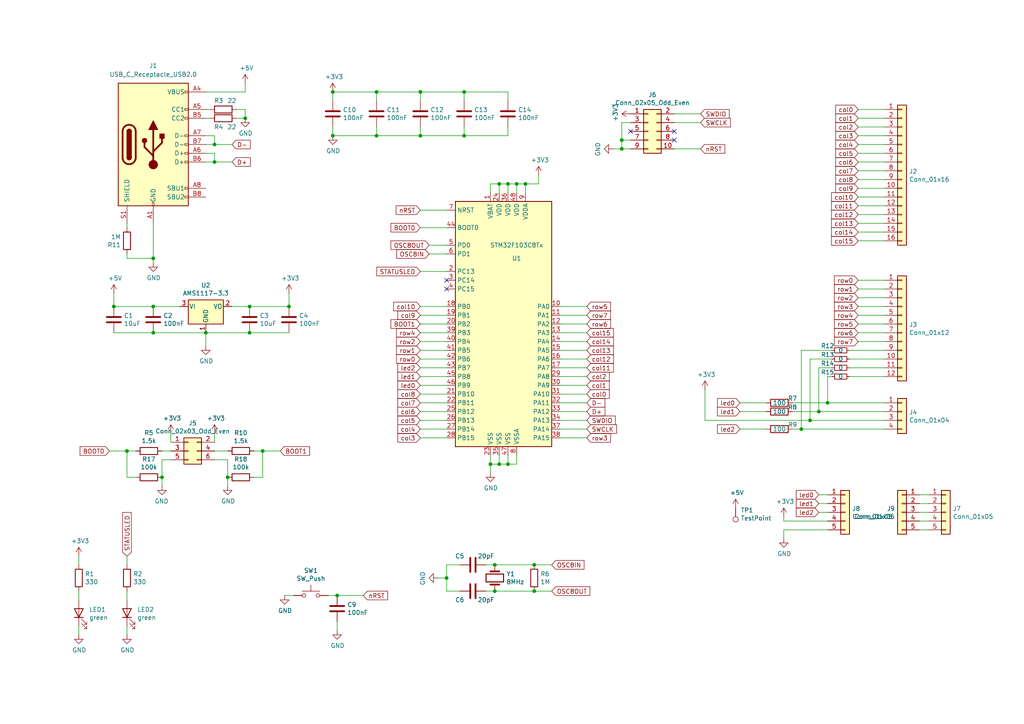
<source format=kicad_sch>
(kicad_sch (version 20211123) (generator eeschema)
  (paper "A4")
  (lib_symbols
    (symbol "Connector:TestPoint" (pin_numbers hide) (pin_names (offset 0.762) hide)
      (property "Reference" "TP" (at 0 6.858 0))
      (property "Value" "TestPoint" (at 0 5.08 0))
      (symbol "TestPoint_1_1"
        (pin passive line (at 0 0 90) (length 2.54) (name "1") (number "1"))
      )
    )
    (symbol "Connector:USB_C_Receptacle_USB2.0" (pin_names (offset 1.016))
      (property "Reference" "J" (at -10.16 19.05 0))
      (property "Value" "USB_C_Receptacle_USB2.0" (at 19.05 19.05 0))
      (symbol "USB_C_Receptacle_USB2.0_1_1"
        (pin passive line (at 0 -22.86 90) (length 5.08) (name "GND") (number "A1"))
        (pin passive line (at 0 -22.86 90) (length 5.08) hide (name "GND") (number "A12"))
        (pin passive line (at 15.24 15.24 180) (length 5.08) (name "VBUS") (number "A4"))
        (pin bidirectional line (at 15.24 10.16 180) (length 5.08) (name "CC1") (number "A5"))
        (pin bidirectional line (at 15.24 -2.54 180) (length 5.08) (name "D+") (number "A6"))
        (pin bidirectional line (at 15.24 2.54 180) (length 5.08) (name "D-") (number "A7"))
        (pin bidirectional line (at 15.24 -12.7 180) (length 5.08) (name "SBU1") (number "A8"))
        (pin passive line (at 15.24 15.24 180) (length 5.08) hide (name "VBUS") (number "A9"))
        (pin passive line (at 0 -22.86 90) (length 5.08) hide (name "GND") (number "B1"))
        (pin passive line (at 0 -22.86 90) (length 5.08) hide (name "GND") (number "B12"))
        (pin passive line (at 15.24 15.24 180) (length 5.08) hide (name "VBUS") (number "B4"))
        (pin bidirectional line (at 15.24 7.62 180) (length 5.08) (name "CC2") (number "B5"))
        (pin bidirectional line (at 15.24 -5.08 180) (length 5.08) (name "D+") (number "B6"))
        (pin bidirectional line (at 15.24 0 180) (length 5.08) (name "D-") (number "B7"))
        (pin bidirectional line (at 15.24 -15.24 180) (length 5.08) (name "SBU2") (number "B8"))
        (pin passive line (at 15.24 15.24 180) (length 5.08) hide (name "VBUS") (number "B9"))
        (pin passive line (at -7.62 -22.86 90) (length 5.08) (name "SHIELD") (number "S1"))
      )
    )
    (symbol "Connector_Generic:Conn_01x04" (pin_names (offset 1.016) hide)
      (property "Reference" "J" (at 0 5.08 0))
      (property "Value" "Conn_01x04" (at 0 -7.62 0))
      (symbol "Conn_01x04_1_1"
        (pin passive line (at -5.08 2.54 0) (length 3.81) (name "Pin_1") (number "1"))
        (pin passive line (at -5.08 0 0) (length 3.81) (name "Pin_2") (number "2"))
        (pin passive line (at -5.08 -2.54 0) (length 3.81) (name "Pin_3") (number "3"))
        (pin passive line (at -5.08 -5.08 0) (length 3.81) (name "Pin_4") (number "4"))
      )
    )
    (symbol "Connector_Generic:Conn_01x05" (pin_names (offset 1.016) hide)
      (property "Reference" "J" (at 0 7.62 0))
      (property "Value" "Conn_01x05" (at 0 -7.62 0))
      (symbol "Conn_01x05_1_1"
        (pin passive line (at -5.08 5.08 0) (length 3.81) (name "Pin_1") (number "1"))
        (pin passive line (at -5.08 2.54 0) (length 3.81) (name "Pin_2") (number "2"))
        (pin passive line (at -5.08 0 0) (length 3.81) (name "Pin_3") (number "3"))
        (pin passive line (at -5.08 -2.54 0) (length 3.81) (name "Pin_4") (number "4"))
        (pin passive line (at -5.08 -5.08 0) (length 3.81) (name "Pin_5") (number "5"))
      )
    )
    (symbol "Connector_Generic:Conn_01x12" (pin_names (offset 1.016) hide)
      (property "Reference" "J" (at 0 15.24 0))
      (property "Value" "Conn_01x12" (at 0 -17.78 0))
      (symbol "Conn_01x12_1_1"
        (pin passive line (at -5.08 12.7 0) (length 3.81) (name "Pin_1") (number "1"))
        (pin passive line (at -5.08 -10.16 0) (length 3.81) (name "Pin_10") (number "10"))
        (pin passive line (at -5.08 -12.7 0) (length 3.81) (name "Pin_11") (number "11"))
        (pin passive line (at -5.08 -15.24 0) (length 3.81) (name "Pin_12") (number "12"))
        (pin passive line (at -5.08 10.16 0) (length 3.81) (name "Pin_2") (number "2"))
        (pin passive line (at -5.08 7.62 0) (length 3.81) (name "Pin_3") (number "3"))
        (pin passive line (at -5.08 5.08 0) (length 3.81) (name "Pin_4") (number "4"))
        (pin passive line (at -5.08 2.54 0) (length 3.81) (name "Pin_5") (number "5"))
        (pin passive line (at -5.08 0 0) (length 3.81) (name "Pin_6") (number "6"))
        (pin passive line (at -5.08 -2.54 0) (length 3.81) (name "Pin_7") (number "7"))
        (pin passive line (at -5.08 -5.08 0) (length 3.81) (name "Pin_8") (number "8"))
        (pin passive line (at -5.08 -7.62 0) (length 3.81) (name "Pin_9") (number "9"))
      )
    )
    (symbol "Connector_Generic:Conn_01x16" (pin_names (offset 1.016) hide)
      (property "Reference" "J" (at 0 20.32 0))
      (property "Value" "Conn_01x16" (at 0 -22.86 0))
      (symbol "Conn_01x16_1_1"
        (pin passive line (at -5.08 17.78 0) (length 3.81) (name "Pin_1") (number "1"))
        (pin passive line (at -5.08 -5.08 0) (length 3.81) (name "Pin_10") (number "10"))
        (pin passive line (at -5.08 -7.62 0) (length 3.81) (name "Pin_11") (number "11"))
        (pin passive line (at -5.08 -10.16 0) (length 3.81) (name "Pin_12") (number "12"))
        (pin passive line (at -5.08 -12.7 0) (length 3.81) (name "Pin_13") (number "13"))
        (pin passive line (at -5.08 -15.24 0) (length 3.81) (name "Pin_14") (number "14"))
        (pin passive line (at -5.08 -17.78 0) (length 3.81) (name "Pin_15") (number "15"))
        (pin passive line (at -5.08 -20.32 0) (length 3.81) (name "Pin_16") (number "16"))
        (pin passive line (at -5.08 15.24 0) (length 3.81) (name "Pin_2") (number "2"))
        (pin passive line (at -5.08 12.7 0) (length 3.81) (name "Pin_3") (number "3"))
        (pin passive line (at -5.08 10.16 0) (length 3.81) (name "Pin_4") (number "4"))
        (pin passive line (at -5.08 7.62 0) (length 3.81) (name "Pin_5") (number "5"))
        (pin passive line (at -5.08 5.08 0) (length 3.81) (name "Pin_6") (number "6"))
        (pin passive line (at -5.08 2.54 0) (length 3.81) (name "Pin_7") (number "7"))
        (pin passive line (at -5.08 0 0) (length 3.81) (name "Pin_8") (number "8"))
        (pin passive line (at -5.08 -2.54 0) (length 3.81) (name "Pin_9") (number "9"))
      )
    )
    (symbol "Connector_Generic:Conn_02x03_Odd_Even" (pin_names (offset 1.016) hide)
      (property "Reference" "J" (at 1.27 5.08 0))
      (property "Value" "Conn_02x03_Odd_Even" (at 1.27 -5.08 0))
      (symbol "Conn_02x03_Odd_Even_1_1"
        (pin passive line (at -5.08 2.54 0) (length 3.81) (name "Pin_1") (number "1"))
        (pin passive line (at 7.62 2.54 180) (length 3.81) (name "Pin_2") (number "2"))
        (pin passive line (at -5.08 0 0) (length 3.81) (name "Pin_3") (number "3"))
        (pin passive line (at 7.62 0 180) (length 3.81) (name "Pin_4") (number "4"))
        (pin passive line (at -5.08 -2.54 0) (length 3.81) (name "Pin_5") (number "5"))
        (pin passive line (at 7.62 -2.54 180) (length 3.81) (name "Pin_6") (number "6"))
      )
    )
    (symbol "Connector_Generic:Conn_02x05_Odd_Even" (pin_names (offset 1.016) hide)
      (property "Reference" "J" (at 1.27 7.62 0))
      (property "Value" "Conn_02x05_Odd_Even" (at 1.27 -7.62 0))
      (symbol "Conn_02x05_Odd_Even_1_1"
        (pin passive line (at -5.08 5.08 0) (length 3.81) (name "Pin_1") (number "1"))
        (pin passive line (at 7.62 -5.08 180) (length 3.81) (name "Pin_10") (number "10"))
        (pin passive line (at 7.62 5.08 180) (length 3.81) (name "Pin_2") (number "2"))
        (pin passive line (at -5.08 2.54 0) (length 3.81) (name "Pin_3") (number "3"))
        (pin passive line (at 7.62 2.54 180) (length 3.81) (name "Pin_4") (number "4"))
        (pin passive line (at -5.08 0 0) (length 3.81) (name "Pin_5") (number "5"))
        (pin passive line (at 7.62 0 180) (length 3.81) (name "Pin_6") (number "6"))
        (pin passive line (at -5.08 -2.54 0) (length 3.81) (name "Pin_7") (number "7"))
        (pin passive line (at 7.62 -2.54 180) (length 3.81) (name "Pin_8") (number "8"))
        (pin passive line (at -5.08 -5.08 0) (length 3.81) (name "Pin_9") (number "9"))
      )
    )
    (symbol "Device:C" (pin_numbers hide) (pin_names (offset 0.254))
      (property "Reference" "C" (at 0.635 2.54 0))
      (property "Value" "C" (at 0.635 -2.54 0))
      (symbol "C_1_1"
        (pin passive line (at 0 3.81 270) (length 2.794) (name "~") (number "1"))
        (pin passive line (at 0 -3.81 90) (length 2.794) (name "~") (number "2"))
      )
    )
    (symbol "Device:Crystal" (pin_numbers hide) (pin_names (offset 1.016) hide)
      (property "Reference" "Y" (at 0 3.81 0))
      (property "Value" "Crystal" (at 0 -3.81 0))
      (symbol "Crystal_1_1"
        (pin passive line (at -3.81 0 0) (length 1.27) (name "1") (number "1"))
        (pin passive line (at 3.81 0 180) (length 1.27) (name "2") (number "2"))
      )
    )
    (symbol "Device:LED" (pin_numbers hide) (pin_names (offset 1.016) hide)
      (property "Reference" "D" (at 0 2.54 0))
      (property "Value" "LED" (at 0 -2.54 0))
      (symbol "LED_1_1"
        (pin passive line (at -3.81 0 0) (length 2.54) (name "K") (number "1"))
        (pin passive line (at 3.81 0 180) (length 2.54) (name "A") (number "2"))
      )
    )
    (symbol "Device:R" (pin_numbers hide) (pin_names (offset 0))
      (property "Reference" "R" (at 2.032 0 90))
      (property "Value" "R" (at 0 0 90))
      (symbol "R_1_1"
        (pin passive line (at 0 3.81 270) (length 1.27) (name "~") (number "1"))
        (pin passive line (at 0 -3.81 90) (length 1.27) (name "~") (number "2"))
      )
    )
    (symbol "Device:R_Small" (pin_numbers hide) (pin_names (offset 0.254) hide)
      (property "Reference" "R" (at 0.762 0.508 0))
      (property "Value" "R_Small" (at 0.762 -1.016 0))
      (symbol "R_Small_1_1"
        (pin passive line (at 0 2.54 270) (length 0.762) (name "~") (number "1"))
        (pin passive line (at 0 -2.54 90) (length 0.762) (name "~") (number "2"))
      )
    )
    (symbol "MCU_ST_STM32F1:STM32F103C8Tx"
      (property "Reference" "U" (at -15.24 36.83 0))
      (property "Value" "STM32F103C8Tx" (at 7.62 36.83 0))
      (symbol "STM32F103C8Tx_1_1"
        (pin power_in line (at -5.08 38.1 270) (length 2.54) (name "VBAT") (number "1"))
        (pin bidirectional line (at 15.24 5.08 180) (length 2.54) (name "PA0") (number "10"))
        (pin bidirectional line (at 15.24 2.54 180) (length 2.54) (name "PA1") (number "11"))
        (pin bidirectional line (at 15.24 0 180) (length 2.54) (name "PA2") (number "12"))
        (pin bidirectional line (at 15.24 -2.54 180) (length 2.54) (name "PA3") (number "13"))
        (pin bidirectional line (at 15.24 -5.08 180) (length 2.54) (name "PA4") (number "14"))
        (pin bidirectional line (at 15.24 -7.62 180) (length 2.54) (name "PA5") (number "15"))
        (pin bidirectional line (at 15.24 -10.16 180) (length 2.54) (name "PA6") (number "16"))
        (pin bidirectional line (at 15.24 -12.7 180) (length 2.54) (name "PA7") (number "17"))
        (pin bidirectional line (at -17.78 5.08 0) (length 2.54) (name "PB0") (number "18"))
        (pin bidirectional line (at -17.78 2.54 0) (length 2.54) (name "PB1") (number "19"))
        (pin bidirectional line (at -17.78 15.24 0) (length 2.54) (name "PC13") (number "2"))
        (pin bidirectional line (at -17.78 0 0) (length 2.54) (name "PB2") (number "20"))
        (pin bidirectional line (at -17.78 -20.32 0) (length 2.54) (name "PB10") (number "21"))
        (pin bidirectional line (at -17.78 -22.86 0) (length 2.54) (name "PB11") (number "22"))
        (pin power_in line (at -5.08 -38.1 90) (length 2.54) (name "VSS") (number "23"))
        (pin power_in line (at -2.54 38.1 270) (length 2.54) (name "VDD") (number "24"))
        (pin bidirectional line (at -17.78 -25.4 0) (length 2.54) (name "PB12") (number "25"))
        (pin bidirectional line (at -17.78 -27.94 0) (length 2.54) (name "PB13") (number "26"))
        (pin bidirectional line (at -17.78 -30.48 0) (length 2.54) (name "PB14") (number "27"))
        (pin bidirectional line (at -17.78 -33.02 0) (length 2.54) (name "PB15") (number "28"))
        (pin bidirectional line (at 15.24 -15.24 180) (length 2.54) (name "PA8") (number "29"))
        (pin bidirectional line (at -17.78 12.7 0) (length 2.54) (name "PC14") (number "3"))
        (pin bidirectional line (at 15.24 -17.78 180) (length 2.54) (name "PA9") (number "30"))
        (pin bidirectional line (at 15.24 -20.32 180) (length 2.54) (name "PA10") (number "31"))
        (pin bidirectional line (at 15.24 -22.86 180) (length 2.54) (name "PA11") (number "32"))
        (pin bidirectional line (at 15.24 -25.4 180) (length 2.54) (name "PA12") (number "33"))
        (pin bidirectional line (at 15.24 -27.94 180) (length 2.54) (name "PA13") (number "34"))
        (pin power_in line (at -2.54 -38.1 90) (length 2.54) (name "VSS") (number "35"))
        (pin power_in line (at 0 38.1 270) (length 2.54) (name "VDD") (number "36"))
        (pin bidirectional line (at 15.24 -30.48 180) (length 2.54) (name "PA14") (number "37"))
        (pin bidirectional line (at 15.24 -33.02 180) (length 2.54) (name "PA15") (number "38"))
        (pin bidirectional line (at -17.78 -2.54 0) (length 2.54) (name "PB3") (number "39"))
        (pin bidirectional line (at -17.78 10.16 0) (length 2.54) (name "PC15") (number "4"))
        (pin bidirectional line (at -17.78 -5.08 0) (length 2.54) (name "PB4") (number "40"))
        (pin bidirectional line (at -17.78 -7.62 0) (length 2.54) (name "PB5") (number "41"))
        (pin bidirectional line (at -17.78 -10.16 0) (length 2.54) (name "PB6") (number "42"))
        (pin bidirectional line (at -17.78 -12.7 0) (length 2.54) (name "PB7") (number "43"))
        (pin input line (at -17.78 27.94 0) (length 2.54) (name "BOOT0") (number "44"))
        (pin bidirectional line (at -17.78 -15.24 0) (length 2.54) (name "PB8") (number "45"))
        (pin bidirectional line (at -17.78 -17.78 0) (length 2.54) (name "PB9") (number "46"))
        (pin power_in line (at 0 -38.1 90) (length 2.54) (name "VSS") (number "47"))
        (pin power_in line (at 2.54 38.1 270) (length 2.54) (name "VDD") (number "48"))
        (pin input line (at -17.78 22.86 0) (length 2.54) (name "PD0") (number "5"))
        (pin input line (at -17.78 20.32 0) (length 2.54) (name "PD1") (number "6"))
        (pin input line (at -17.78 33.02 0) (length 2.54) (name "NRST") (number "7"))
        (pin power_in line (at 2.54 -38.1 90) (length 2.54) (name "VSSA") (number "8"))
        (pin power_in line (at 5.08 38.1 270) (length 2.54) (name "VDDA") (number "9"))
      )
    )
    (symbol "Regulator_Linear:AMS1117-3.3" (pin_names (offset 0.254))
      (property "Reference" "U" (at -3.81 3.175 0))
      (property "Value" "AMS1117-3.3" (at 0 3.175 0))
      (symbol "AMS1117-3.3_1_1"
        (pin power_in line (at 0 -7.62 90) (length 2.54) (name "GND") (number "1"))
        (pin power_out line (at 7.62 0 180) (length 2.54) (name "VO") (number "2"))
        (pin power_in line (at -7.62 0 0) (length 2.54) (name "VI") (number "3"))
      )
    )
    (symbol "Switch:SW_Push" (pin_numbers hide) (pin_names (offset 1.016) hide)
      (property "Reference" "SW" (at 1.27 2.54 0))
      (property "Value" "SW_Push" (at 0 -1.524 0))
      (symbol "SW_Push_0_1"
        (pin passive line (at -5.08 0 0) (length 2.54) (name "1") (number "1"))
        (pin passive line (at 5.08 0 180) (length 2.54) (name "2") (number "2"))
      )
    )
    (symbol "power:+3.3V" (power) (pin_names (offset 0))
      (property "Value" "+3.3V" (at 0 3.556 0))
      (symbol "+3.3V_1_1"
        (pin power_in line (at 0 0 90) (length 0) hide (name "+3V3") (number "1"))
      )
    )
    (symbol "power:+5V" (power) (pin_names (offset 0))
      (property "Value" "+5V" (at 0 3.556 0))
      (symbol "+5V_1_1"
        (pin power_in line (at 0 0 90) (length 0) hide (name "+5V") (number "1"))
      )
    )
    (symbol "power:GND" (power) (pin_names (offset 0))
      (property "Value" "GND" (at 0 -3.81 0))
      (symbol "GND_1_1"
        (pin power_in line (at 0 0 270) (length 0) hide (name "GND") (number "1"))
      )
    )
  )
  (junction (at 232.41 124.46))
  (junction (at 44.45 74.93))
  (junction (at 109.22 26.67))
  (junction (at 62.23 46.99))
  (junction (at 142.24 134.62))
  (junction (at 144.78 53.34))
  (junction (at 44.45 96.52))
  (junction (at 96.52 26.67))
  (junction (at 72.39 88.9))
  (junction (at 134.62 39.37))
  (junction (at 237.49 119.38))
  (junction (at 83.82 88.9))
  (junction (at 46.99 138.43))
  (junction (at 62.23 41.91))
  (junction (at 129.54 167.64))
  (junction (at 59.69 96.52))
  (junction (at 147.32 53.34))
  (junction (at 180.34 40.64))
  (junction (at 72.39 96.52))
  (junction (at 44.45 88.9))
  (junction (at 143.51 171.45))
  (junction (at 121.92 39.37))
  (junction (at 180.34 43.18))
  (junction (at 71.12 34.29))
  (junction (at 149.86 53.34))
  (junction (at 152.4 53.34))
  (junction (at 147.32 134.62))
  (junction (at 36.83 130.81))
  (junction (at 154.94 171.45))
  (junction (at 121.92 26.67))
  (junction (at 234.95 121.92))
  (junction (at 76.2 130.81))
  (junction (at 109.22 39.37))
  (junction (at 96.52 39.37))
  (junction (at 154.94 163.83))
  (junction (at 33.02 88.9))
  (junction (at 240.03 116.84))
  (junction (at 143.51 163.83))
  (junction (at 66.04 138.43))
  (junction (at 134.62 26.67))
  (junction (at 97.79 172.72))
  (junction (at 144.78 134.62))
  (no_connect (at 195.58 40.64))
  (no_connect (at 182.88 38.1))
  (no_connect (at 195.58 38.1))
  (no_connect (at 129.54 83.82))
  (no_connect (at 129.54 81.28))
  (wire (pts (xy 227.33 151.13) (xy 240.03 151.13)))
  (wire (pts (xy 256.54 31.75) (xy 248.92 31.75)))
  (wire (pts (xy 52.07 88.9) (xy 44.45 88.9)))
  (wire (pts (xy 144.78 132.08) (xy 144.78 134.62)))
  (wire (pts (xy 246.38 109.22) (xy 256.54 109.22)))
  (wire (pts (xy 241.3 101.6) (xy 232.41 101.6)))
  (wire (pts (xy 240.03 109.22) (xy 240.03 116.84)))
  (wire (pts (xy 182.88 43.18) (xy 180.34 43.18)))
  (wire (pts (xy 195.58 33.02) (xy 203.2 33.02)))
  (wire (pts (xy 36.83 138.43) (xy 36.83 130.81)))
  (wire (pts (xy 71.12 26.67) (xy 71.12 24.13)))
  (wire (pts (xy 96.52 26.67) (xy 96.52 29.21)))
  (wire (pts (xy 248.92 39.37) (xy 256.54 39.37)))
  (wire (pts (xy 22.86 173.99) (xy 22.86 171.45)))
  (wire (pts (xy 170.18 124.46) (xy 162.56 124.46)))
  (wire (pts (xy 147.32 134.62) (xy 144.78 134.62)))
  (wire (pts (xy 49.53 128.27) (xy 49.53 125.73)))
  (wire (pts (xy 129.54 171.45) (xy 133.35 171.45)))
  (wire (pts (xy 246.38 106.68) (xy 256.54 106.68)))
  (wire (pts (xy 248.92 81.28) (xy 256.54 81.28)))
  (wire (pts (xy 22.86 184.15) (xy 22.86 181.61)))
  (wire (pts (xy 67.31 88.9) (xy 72.39 88.9)))
  (wire (pts (xy 160.02 163.83) (xy 154.94 163.83)))
  (wire (pts (xy 144.78 134.62) (xy 142.24 134.62)))
  (wire (pts (xy 96.52 39.37) (xy 96.52 36.83)))
  (wire (pts (xy 170.18 91.44) (xy 162.56 91.44)))
  (wire (pts (xy 121.92 116.84) (xy 129.54 116.84)))
  (wire (pts (xy 68.58 34.29) (xy 71.12 34.29)))
  (wire (pts (xy 170.18 111.76) (xy 162.56 111.76)))
  (wire (pts (xy 121.92 36.83) (xy 121.92 39.37)))
  (wire (pts (xy 229.87 124.46) (xy 232.41 124.46)))
  (wire (pts (xy 109.22 26.67) (xy 96.52 26.67)))
  (wire (pts (xy 46.99 138.43) (xy 46.99 133.35)))
  (wire (pts (xy 36.83 184.15) (xy 36.83 181.61)))
  (wire (pts (xy 248.92 69.85) (xy 256.54 69.85)))
  (wire (pts (xy 68.58 31.75) (xy 71.12 31.75)))
  (wire (pts (xy 182.88 35.56) (xy 180.34 35.56)))
  (wire (pts (xy 156.21 53.34) (xy 156.21 50.8)))
  (wire (pts (xy 214.63 116.84) (xy 222.25 116.84)))
  (wire (pts (xy 269.24 151.13) (xy 266.7 151.13)))
  (wire (pts (xy 144.78 55.88) (xy 144.78 53.34)))
  (wire (pts (xy 62.23 39.37) (xy 59.69 39.37)))
  (wire (pts (xy 127 167.64) (xy 129.54 167.64)))
  (wire (pts (xy 124.46 73.66) (xy 129.54 73.66)))
  (wire (pts (xy 142.24 134.62) (xy 142.24 137.16)))
  (wire (pts (xy 147.32 26.67) (xy 134.62 26.67)))
  (wire (pts (xy 59.69 26.67) (xy 71.12 26.67)))
  (wire (pts (xy 72.39 88.9) (xy 83.82 88.9)))
  (wire (pts (xy 160.02 171.45) (xy 154.94 171.45)))
  (wire (pts (xy 62.23 44.45) (xy 62.23 46.99)))
  (wire (pts (xy 83.82 96.52) (xy 72.39 96.52)))
  (wire (pts (xy 129.54 60.96) (xy 121.92 60.96)))
  (wire (pts (xy 134.62 36.83) (xy 134.62 39.37)))
  (wire (pts (xy 129.54 66.04) (xy 121.92 66.04)))
  (wire (pts (xy 248.92 88.9) (xy 256.54 88.9)))
  (wire (pts (xy 85.09 172.72) (xy 82.55 172.72)))
  (wire (pts (xy 154.94 163.83) (xy 143.51 163.83)))
  (wire (pts (xy 248.92 44.45) (xy 256.54 44.45)))
  (wire (pts (xy 180.34 43.18) (xy 177.8 43.18)))
  (wire (pts (xy 229.87 116.84) (xy 240.03 116.84)))
  (wire (pts (xy 59.69 100.33) (xy 59.69 96.52)))
  (wire (pts (xy 204.47 121.92) (xy 234.95 121.92)))
  (wire (pts (xy 162.56 121.92) (xy 170.18 121.92)))
  (wire (pts (xy 62.23 133.35) (xy 66.04 133.35)))
  (wire (pts (xy 36.83 163.83) (xy 36.83 161.29)))
  (wire (pts (xy 222.25 119.38) (xy 214.63 119.38)))
  (wire (pts (xy 124.46 71.12) (xy 129.54 71.12)))
  (wire (pts (xy 232.41 124.46) (xy 256.54 124.46)))
  (wire (pts (xy 152.4 55.88) (xy 152.4 53.34)))
  (wire (pts (xy 44.45 74.93) (xy 44.45 76.2)))
  (wire (pts (xy 152.4 53.34) (xy 156.21 53.34)))
  (wire (pts (xy 36.83 73.66) (xy 36.83 74.93)))
  (wire (pts (xy 97.79 172.72) (xy 95.25 172.72)))
  (wire (pts (xy 246.38 104.14) (xy 256.54 104.14)))
  (wire (pts (xy 140.97 163.83) (xy 143.51 163.83)))
  (wire (pts (xy 269.24 143.51) (xy 266.7 143.51)))
  (wire (pts (xy 129.54 124.46) (xy 121.92 124.46)))
  (wire (pts (xy 59.69 31.75) (xy 60.96 31.75)))
  (wire (pts (xy 121.92 101.6) (xy 129.54 101.6)))
  (wire (pts (xy 266.7 148.59) (xy 269.24 148.59)))
  (wire (pts (xy 62.23 41.91) (xy 67.31 41.91)))
  (wire (pts (xy 129.54 104.14) (xy 121.92 104.14)))
  (wire (pts (xy 134.62 39.37) (xy 121.92 39.37)))
  (wire (pts (xy 227.33 153.67) (xy 240.03 153.67)))
  (wire (pts (xy 129.54 109.22) (xy 121.92 109.22)))
  (wire (pts (xy 241.3 104.14) (xy 234.95 104.14)))
  (wire (pts (xy 97.79 182.88) (xy 97.79 180.34)))
  (wire (pts (xy 36.83 74.93) (xy 44.45 74.93)))
  (wire (pts (xy 170.18 101.6) (xy 162.56 101.6)))
  (wire (pts (xy 22.86 163.83) (xy 22.86 161.29)))
  (wire (pts (xy 62.23 130.81) (xy 66.04 130.81)))
  (wire (pts (xy 234.95 121.92) (xy 256.54 121.92)))
  (wire (pts (xy 154.94 171.45) (xy 143.51 171.45)))
  (wire (pts (xy 240.03 146.05) (xy 237.49 146.05)))
  (wire (pts (xy 182.88 40.64) (xy 180.34 40.64)))
  (wire (pts (xy 129.54 167.64) (xy 129.54 171.45)))
  (wire (pts (xy 59.69 44.45) (xy 62.23 44.45)))
  (wire (pts (xy 170.18 116.84) (xy 162.56 116.84)))
  (wire (pts (xy 256.54 52.07) (xy 248.92 52.07)))
  (wire (pts (xy 129.54 96.52) (xy 121.92 96.52)))
  (wire (pts (xy 147.32 53.34) (xy 149.86 53.34)))
  (wire (pts (xy 248.92 91.44) (xy 256.54 91.44)))
  (wire (pts (xy 71.12 31.75) (xy 71.12 34.29)))
  (wire (pts (xy 121.92 91.44) (xy 129.54 91.44)))
  (wire (pts (xy 66.04 140.97) (xy 66.04 138.43)))
  (wire (pts (xy 121.92 39.37) (xy 109.22 39.37)))
  (wire (pts (xy 39.37 138.43) (xy 36.83 138.43)))
  (wire (pts (xy 129.54 99.06) (xy 121.92 99.06)))
  (wire (pts (xy 121.92 106.68) (xy 129.54 106.68)))
  (wire (pts (xy 66.04 133.35) (xy 66.04 138.43)))
  (wire (pts (xy 59.69 96.52) (xy 72.39 96.52)))
  (wire (pts (xy 39.37 130.81) (xy 36.83 130.81)))
  (wire (pts (xy 214.63 124.46) (xy 222.25 124.46)))
  (wire (pts (xy 129.54 114.3) (xy 121.92 114.3)))
  (wire (pts (xy 147.32 39.37) (xy 134.62 39.37)))
  (wire (pts (xy 121.92 121.92) (xy 129.54 121.92)))
  (wire (pts (xy 59.69 41.91) (xy 62.23 41.91)))
  (wire (pts (xy 227.33 151.13) (xy 227.33 149.86)))
  (wire (pts (xy 109.22 36.83) (xy 109.22 39.37)))
  (wire (pts (xy 256.54 57.15) (xy 248.92 57.15)))
  (wire (pts (xy 234.95 104.14) (xy 234.95 121.92)))
  (wire (pts (xy 248.92 86.36) (xy 256.54 86.36)))
  (wire (pts (xy 170.18 88.9) (xy 162.56 88.9)))
  (wire (pts (xy 133.35 163.83) (xy 129.54 163.83)))
  (wire (pts (xy 248.92 34.29) (xy 256.54 34.29)))
  (wire (pts (xy 62.23 39.37) (xy 62.23 41.91)))
  (wire (pts (xy 149.86 132.08) (xy 149.86 134.62)))
  (wire (pts (xy 180.34 35.56) (xy 180.34 40.64)))
  (wire (pts (xy 241.3 109.22) (xy 240.03 109.22)))
  (wire (pts (xy 142.24 53.34) (xy 144.78 53.34)))
  (wire (pts (xy 144.78 53.34) (xy 147.32 53.34)))
  (wire (pts (xy 195.58 43.18) (xy 203.2 43.18)))
  (wire (pts (xy 246.38 101.6) (xy 256.54 101.6)))
  (wire (pts (xy 121.92 127) (xy 129.54 127)))
  (wire (pts (xy 241.3 106.68) (xy 237.49 106.68)))
  (wire (pts (xy 36.83 64.77) (xy 36.83 66.04)))
  (wire (pts (xy 59.69 96.52) (xy 44.45 96.52)))
  (wire (pts (xy 142.24 132.08) (xy 142.24 134.62)))
  (wire (pts (xy 248.92 93.98) (xy 256.54 93.98)))
  (wire (pts (xy 109.22 39.37) (xy 96.52 39.37)))
  (wire (pts (xy 240.03 143.51) (xy 237.49 143.51)))
  (wire (pts (xy 36.83 173.99) (xy 36.83 171.45)))
  (wire (pts (xy 129.54 119.38) (xy 121.92 119.38)))
  (wire (pts (xy 129.54 88.9) (xy 121.92 88.9)))
  (wire (pts (xy 240.03 116.84) (xy 256.54 116.84)))
  (wire (pts (xy 204.47 113.03) (xy 204.47 121.92)))
  (wire (pts (xy 237.49 148.59) (xy 240.03 148.59)))
  (wire (pts (xy 248.92 49.53) (xy 256.54 49.53)))
  (wire (pts (xy 203.2 35.56) (xy 195.58 35.56)))
  (wire (pts (xy 147.32 132.08) (xy 147.32 134.62)))
  (wire (pts (xy 73.66 130.81) (xy 76.2 130.81)))
  (wire (pts (xy 149.86 55.88) (xy 149.86 53.34)))
  (wire (pts (xy 162.56 93.98) (xy 170.18 93.98)))
  (wire (pts (xy 44.45 96.52) (xy 33.02 96.52)))
  (wire (pts (xy 162.56 109.22) (xy 170.18 109.22)))
  (wire (pts (xy 232.41 101.6) (xy 232.41 124.46)))
  (wire (pts (xy 147.32 36.83) (xy 147.32 39.37)))
  (wire (pts (xy 129.54 78.74) (xy 121.92 78.74)))
  (wire (pts (xy 237.49 119.38) (xy 256.54 119.38)))
  (wire (pts (xy 170.18 96.52) (xy 162.56 96.52)))
  (wire (pts (xy 109.22 26.67) (xy 109.22 29.21)))
  (wire (pts (xy 229.87 119.38) (xy 237.49 119.38)))
  (wire (pts (xy 170.18 127) (xy 162.56 127)))
  (wire (pts (xy 49.53 130.81) (xy 46.99 130.81)))
  (wire (pts (xy 59.69 34.29) (xy 60.96 34.29)))
  (wire (pts (xy 248.92 54.61) (xy 256.54 54.61)))
  (wire (pts (xy 162.56 119.38) (xy 170.18 119.38)))
  (wire (pts (xy 256.54 46.99) (xy 248.92 46.99)))
  (wire (pts (xy 105.41 172.72) (xy 97.79 172.72)))
  (wire (pts (xy 256.54 36.83) (xy 248.92 36.83)))
  (wire (pts (xy 227.33 153.67) (xy 227.33 156.21)))
  (wire (pts (xy 36.83 130.81) (xy 31.75 130.81)))
  (wire (pts (xy 134.62 26.67) (xy 121.92 26.67)))
  (wire (pts (xy 33.02 88.9) (xy 44.45 88.9)))
  (wire (pts (xy 149.86 53.34) (xy 152.4 53.34)))
  (wire (pts (xy 237.49 106.68) (xy 237.49 119.38)))
  (wire (pts (xy 162.56 114.3) (xy 170.18 114.3)))
  (wire (pts (xy 170.18 106.68) (xy 162.56 106.68)))
  (wire (pts (xy 269.24 153.67) (xy 266.7 153.67)))
  (wire (pts (xy 33.02 88.9) (xy 33.02 85.09)))
  (wire (pts (xy 142.24 55.88) (xy 142.24 53.34)))
  (wire (pts (xy 83.82 88.9) (xy 83.82 85.09)))
  (wire (pts (xy 134.62 29.21) (xy 134.62 26.67)))
  (wire (pts (xy 180.34 40.64) (xy 180.34 43.18)))
  (wire (pts (xy 46.99 133.35) (xy 49.53 133.35)))
  (wire (pts (xy 248.92 64.77) (xy 256.54 64.77)))
  (wire (pts (xy 121.92 29.21) (xy 121.92 26.67)))
  (wire (pts (xy 62.23 46.99) (xy 59.69 46.99)))
  (wire (pts (xy 121.92 26.67) (xy 109.22 26.67)))
  (wire (pts (xy 248.92 96.52) (xy 256.54 96.52)))
  (wire (pts (xy 162.56 99.06) (xy 170.18 99.06)))
  (wire (pts (xy 129.54 163.83) (xy 129.54 167.64)))
  (wire (pts (xy 248.92 99.06) (xy 256.54 99.06)))
  (wire (pts (xy 248.92 83.82) (xy 256.54 83.82)))
  (wire (pts (xy 149.86 134.62) (xy 147.32 134.62)))
  (wire (pts (xy 129.54 93.98) (xy 121.92 93.98)))
  (wire (pts (xy 62.23 128.27) (xy 62.23 125.73)))
  (wire (pts (xy 44.45 64.77) (xy 44.45 74.93)))
  (wire (pts (xy 269.24 146.05) (xy 266.7 146.05)))
  (wire (pts (xy 62.23 46.99) (xy 67.31 46.99)))
  (wire (pts (xy 256.54 41.91) (xy 248.92 41.91)))
  (wire (pts (xy 162.56 104.14) (xy 170.18 104.14)))
  (wire (pts (xy 73.66 138.43) (xy 76.2 138.43)))
  (wire (pts (xy 76.2 130.81) (xy 81.28 130.81)))
  (wire (pts (xy 121.92 111.76) (xy 129.54 111.76)))
  (wire (pts (xy 147.32 55.88) (xy 147.32 53.34)))
  (wire (pts (xy 256.54 62.23) (xy 248.92 62.23)))
  (wire (pts (xy 248.92 59.69) (xy 256.54 59.69)))
  (wire (pts (xy 140.97 171.45) (xy 143.51 171.45)))
  (wire (pts (xy 76.2 138.43) (xy 76.2 130.81)))
  (wire (pts (xy 46.99 140.97) (xy 46.99 138.43)))
  (wire (pts (xy 256.54 67.31) (xy 248.92 67.31)))
  (wire (pts (xy 147.32 29.21) (xy 147.32 26.67)))
  (global_label "col9" (shape input) (at 248.92 54.61 180) (property "Intersheet References" "${INTERSHEET_REFS}" (effects hide)))
  (global_label "col4" (shape input) (at 121.92 124.46 180) (property "Intersheet References" "${INTERSHEET_REFS}" (effects hide)))
  (global_label "nRST" (shape input) (at 105.41 172.72 0) (property "Intersheet References" "${INTERSHEET_REFS}" (effects hide)))
  (global_label "D+" (shape input) (at 170.18 119.38 0) (property "Intersheet References" "${INTERSHEET_REFS}" (effects hide)))
  (global_label "row6" (shape input) (at 170.18 93.98 0) (property "Intersheet References" "${INTERSHEET_REFS}" (effects hide)))
  (global_label "OSC8IN" (shape input) (at 160.02 163.83 0) (property "Intersheet References" "${INTERSHEET_REFS}" (effects hide)))
  (global_label "led0" (shape input) (at 214.63 116.84 180) (property "Intersheet References" "${INTERSHEET_REFS}" (effects hide)))
  (global_label "col9" (shape input) (at 121.92 91.44 180) (property "Intersheet References" "${INTERSHEET_REFS}" (effects hide)))
  (global_label "row4" (shape input) (at 248.92 91.44 180) (property "Intersheet References" "${INTERSHEET_REFS}" (effects hide)))
  (global_label "col3" (shape input) (at 121.92 127 180) (property "Intersheet References" "${INTERSHEET_REFS}" (effects hide)))
  (global_label "col14" (shape input) (at 248.92 67.31 180) (property "Intersheet References" "${INTERSHEET_REFS}" (effects hide)))
  (global_label "col3" (shape input) (at 248.92 39.37 180) (property "Intersheet References" "${INTERSHEET_REFS}" (effects hide)))
  (global_label "led2" (shape input) (at 121.92 106.68 180) (property "Intersheet References" "${INTERSHEET_REFS}" (effects hide)))
  (global_label "col10" (shape input) (at 248.92 57.15 180) (property "Intersheet References" "${INTERSHEET_REFS}" (effects hide)))
  (global_label "col8" (shape input) (at 248.92 52.07 180) (property "Intersheet References" "${INTERSHEET_REFS}" (effects hide)))
  (global_label "col6" (shape input) (at 121.92 119.38 180) (property "Intersheet References" "${INTERSHEET_REFS}" (effects hide)))
  (global_label "col15" (shape input) (at 170.18 96.52 0) (property "Intersheet References" "${INTERSHEET_REFS}" (effects hide)))
  (global_label "OSC8OUT" (shape input) (at 124.46 71.12 180) (property "Intersheet References" "${INTERSHEET_REFS}" (effects hide)))
  (global_label "col2" (shape input) (at 248.92 36.83 180) (property "Intersheet References" "${INTERSHEET_REFS}" (effects hide)))
  (global_label "col10" (shape input) (at 121.92 88.9 180) (property "Intersheet References" "${INTERSHEET_REFS}" (effects hide)))
  (global_label "col12" (shape input) (at 248.92 62.23 180) (property "Intersheet References" "${INTERSHEET_REFS}" (effects hide)))
  (global_label "row1" (shape input) (at 121.92 101.6 180) (property "Intersheet References" "${INTERSHEET_REFS}" (effects hide)))
  (global_label "row0" (shape input) (at 121.92 104.14 180) (property "Intersheet References" "${INTERSHEET_REFS}" (effects hide)))
  (global_label "D+" (shape input) (at 67.31 46.99 0) (property "Intersheet References" "${INTERSHEET_REFS}" (effects hide)))
  (global_label "BOOT0" (shape input) (at 121.92 66.04 180) (property "Intersheet References" "${INTERSHEET_REFS}" (effects hide)))
  (global_label "BOOT0" (shape input) (at 31.75 130.81 180) (property "Intersheet References" "${INTERSHEET_REFS}" (effects hide)))
  (global_label "row4" (shape input) (at 121.92 96.52 180) (property "Intersheet References" "${INTERSHEET_REFS}" (effects hide)))
  (global_label "col11" (shape input) (at 248.92 59.69 180) (property "Intersheet References" "${INTERSHEET_REFS}" (effects hide)))
  (global_label "nRST" (shape input) (at 203.2 43.18 0) (property "Intersheet References" "${INTERSHEET_REFS}" (effects hide)))
  (global_label "col8" (shape input) (at 121.92 114.3 180) (property "Intersheet References" "${INTERSHEET_REFS}" (effects hide)))
  (global_label "led2" (shape input) (at 237.49 148.59 180) (property "Intersheet References" "${INTERSHEET_REFS}" (effects hide)))
  (global_label "col7" (shape input) (at 121.92 116.84 180) (property "Intersheet References" "${INTERSHEET_REFS}" (effects hide)))
  (global_label "BOOT1" (shape input) (at 81.28 130.81 0) (property "Intersheet References" "${INTERSHEET_REFS}" (effects hide)))
  (global_label "led1" (shape input) (at 237.49 146.05 180) (property "Intersheet References" "${INTERSHEET_REFS}" (effects hide)))
  (global_label "D-" (shape input) (at 170.18 116.84 0) (property "Intersheet References" "${INTERSHEET_REFS}" (effects hide)))
  (global_label "col2" (shape input) (at 170.18 109.22 0) (property "Intersheet References" "${INTERSHEET_REFS}" (effects hide)))
  (global_label "col11" (shape input) (at 170.18 106.68 0) (property "Intersheet References" "${INTERSHEET_REFS}" (effects hide)))
  (global_label "led1" (shape input) (at 214.63 119.38 180) (property "Intersheet References" "${INTERSHEET_REFS}" (effects hide)))
  (global_label "OSC8IN" (shape input) (at 124.46 73.66 180) (property "Intersheet References" "${INTERSHEET_REFS}" (effects hide)))
  (global_label "STATUSLED" (shape input) (at 121.92 78.74 180) (property "Intersheet References" "${INTERSHEET_REFS}" (effects hide)))
  (global_label "col0" (shape input) (at 248.92 31.75 180) (property "Intersheet References" "${INTERSHEET_REFS}" (effects hide)))
  (global_label "row5" (shape input) (at 248.92 93.98 180) (property "Intersheet References" "${INTERSHEET_REFS}" (effects hide)))
  (global_label "col4" (shape input) (at 248.92 41.91 180) (property "Intersheet References" "${INTERSHEET_REFS}" (effects hide)))
  (global_label "col13" (shape input) (at 170.18 101.6 0) (property "Intersheet References" "${INTERSHEET_REFS}" (effects hide)))
  (global_label "row3" (shape input) (at 248.92 88.9 180) (property "Intersheet References" "${INTERSHEET_REFS}" (effects hide)))
  (global_label "col15" (shape input) (at 248.92 69.85 180) (property "Intersheet References" "${INTERSHEET_REFS}" (effects hide)))
  (global_label "row3" (shape input) (at 170.18 127 0) (property "Intersheet References" "${INTERSHEET_REFS}" (effects hide)))
  (global_label "col5" (shape input) (at 248.92 44.45 180) (property "Intersheet References" "${INTERSHEET_REFS}" (effects hide)))
  (global_label "row1" (shape input) (at 248.92 83.82 180) (property "Intersheet References" "${INTERSHEET_REFS}" (effects hide)))
  (global_label "led0" (shape input) (at 121.92 111.76 180) (property "Intersheet References" "${INTERSHEET_REFS}" (effects hide)))
  (global_label "col13" (shape input) (at 248.92 64.77 180) (property "Intersheet References" "${INTERSHEET_REFS}" (effects hide)))
  (global_label "OSC8OUT" (shape input) (at 160.02 171.45 0) (property "Intersheet References" "${INTERSHEET_REFS}" (effects hide)))
  (global_label "col0" (shape input) (at 170.18 114.3 0) (property "Intersheet References" "${INTERSHEET_REFS}" (effects hide)))
  (global_label "row2" (shape input) (at 121.92 99.06 180) (property "Intersheet References" "${INTERSHEET_REFS}" (effects hide)))
  (global_label "col7" (shape input) (at 248.92 49.53 180) (property "Intersheet References" "${INTERSHEET_REFS}" (effects hide)))
  (global_label "SWCLK" (shape input) (at 170.18 124.46 0) (property "Intersheet References" "${INTERSHEET_REFS}" (effects hide)))
  (global_label "col5" (shape input) (at 121.92 121.92 180) (property "Intersheet References" "${INTERSHEET_REFS}" (effects hide)))
  (global_label "col14" (shape input) (at 170.18 99.06 0) (property "Intersheet References" "${INTERSHEET_REFS}" (effects hide)))
  (global_label "col1" (shape input) (at 248.92 34.29 180) (property "Intersheet References" "${INTERSHEET_REFS}" (effects hide)))
  (global_label "SWDIO" (shape input) (at 170.18 121.92 0) (property "Intersheet References" "${INTERSHEET_REFS}" (effects hide)))
  (global_label "row0" (shape input) (at 248.92 81.28 180) (property "Intersheet References" "${INTERSHEET_REFS}" (effects hide)))
  (global_label "row5" (shape input) (at 170.18 88.9 0) (property "Intersheet References" "${INTERSHEET_REFS}" (effects hide)))
  (global_label "row2" (shape input) (at 248.92 86.36 180) (property "Intersheet References" "${INTERSHEET_REFS}" (effects hide)))
  (global_label "row6" (shape input) (at 248.92 96.52 180) (property "Intersheet References" "${INTERSHEET_REFS}" (effects hide)))
  (global_label "D-" (shape input) (at 67.31 41.91 0) (property "Intersheet References" "${INTERSHEET_REFS}" (effects hide)))
  (global_label "row7" (shape input) (at 248.92 99.06 180) (property "Intersheet References" "${INTERSHEET_REFS}" (effects hide)))
  (global_label "row7" (shape input) (at 170.18 91.44 0) (property "Intersheet References" "${INTERSHEET_REFS}" (effects hide)))
  (global_label "led1" (shape input) (at 121.92 109.22 180) (property "Intersheet References" "${INTERSHEET_REFS}" (effects hide)))
  (global_label "nRST" (shape input) (at 121.92 60.96 180) (property "Intersheet References" "${INTERSHEET_REFS}" (effects hide)))
  (global_label "col6" (shape input) (at 248.92 46.99 180) (property "Intersheet References" "${INTERSHEET_REFS}" (effects hide)))
  (global_label "SWCLK" (shape input) (at 203.2 35.56 0) (property "Intersheet References" "${INTERSHEET_REFS}" (effects hide)))
  (global_label "led2" (shape input) (at 214.63 124.46 180) (property "Intersheet References" "${INTERSHEET_REFS}" (effects hide)))
  (global_label "STATUSLED" (shape input) (at 36.83 161.29 90) (property "Intersheet References" "${INTERSHEET_REFS}" (effects hide)))
  (global_label "SWDIO" (shape input) (at 203.2 33.02 0) (property "Intersheet References" "${INTERSHEET_REFS}" (effects hide)))
  (global_label "led0" (shape input) (at 237.49 143.51 180) (property "Intersheet References" "${INTERSHEET_REFS}" (effects hide)))
  (global_label "col1" (shape input) (at 170.18 111.76 0) (property "Intersheet References" "${INTERSHEET_REFS}" (effects hide)))
  (global_label "BOOT1" (shape input) (at 121.92 93.98 180) (property "Intersheet References" "${INTERSHEET_REFS}" (effects hide)))
  (global_label "col12" (shape input) (at 170.18 104.14 0) (property "Intersheet References" "${INTERSHEET_REFS}" (effects hide)))
  (symbol (lib_id "Connector_Generic:Conn_01x16") (at 261.62 49.53 0) (unit 1)
    (property "Reference" "J2" (at 263.652 49.7332 0) (effects (justify left)))
    (property "Value" "Conn_01x16" (at 263.652 52.0446 0) (effects (justify left)))
    (property "Footprint" "modelh:ModelH-triomate-cols16" (effects hide))
  )
  (symbol (lib_id "Connector_Generic:Conn_01x04") (at 261.62 119.38 0) (unit 1)
    (property "Reference" "J4" (at 263.652 119.5832 0) (effects (justify left)))
    (property "Value" "Conn_01x04" (at 263.652 121.8946 0) (effects (justify left)))
    (property "Footprint" "modelh:ModelH-tripmate-leds4" (effects hide))
  )
  (symbol (lib_id "Device:R") (at 226.06 116.84 270) (unit 1)
    (property "Reference" "R7" (at 229.87 115.57 90))
    (property "Value" "100" (at 226.06 116.84 90))
    (property "Footprint" "Resistor_SMD:R_0805_2012Metric" (effects hide))
    (property "LCSC" "C17408" (effects hide))
  )
  (symbol (lib_id "Device:R") (at 226.06 119.38 270) (unit 1)
    (property "Reference" "R8" (at 229.87 118.11 90))
    (property "Value" "100" (at 226.06 119.38 90))
    (property "Footprint" "Resistor_SMD:R_0805_2012Metric" (effects hide))
    (property "LCSC" "C17408" (effects hide))
  )
  (symbol (lib_id "Device:R") (at 226.06 124.46 270) (unit 1)
    (property "Reference" "R9" (at 229.87 123.19 90))
    (property "Value" "100" (at 226.06 124.46 90))
    (property "Footprint" "Resistor_SMD:R_0805_2012Metric" (effects hide))
    (property "LCSC" "C17408" (effects hide))
  )
  (symbol (lib_id "Switch:SW_Push") (at 90.17 172.72 0) (unit 1)
    (property "Reference" "SW1" (at 90.17 165.481 0))
    (property "Value" "SW_Push" (at 90.17 167.7924 0))
    (property "Footprint" "Button_Switch_SMD:SW_SPST_EVPBF" (effects hide))
    (property "LCSC" "C318888" (effects hide))
  )
  (symbol (lib_id "power:GND") (at 82.55 172.72 0) (unit 1)
    (property "Reference" "#PWR0101" (effects hide))
    (property "Value" "GND" (at 82.677 177.1142 0))
  )
  (symbol (lib_id "power:GND") (at 22.86 184.15 0) (unit 1)
    (property "Reference" "#PWR0102" (effects hide))
    (property "Value" "GND" (at 22.987 188.5442 0))
  )
  (symbol (lib_id "Device:R") (at 22.86 167.64 0) (unit 1)
    (property "Reference" "R1" (at 24.638 166.4716 0) (effects (justify left)))
    (property "Value" "330" (at 24.638 168.783 0) (effects (justify left)))
    (property "Footprint" "Resistor_SMD:R_0603_1608Metric" (effects hide))
    (property "LCSC" "C23138" (effects hide))
  )
  (symbol (lib_id "Device:LED") (at 22.86 177.8 90) (unit 1)
    (property "Reference" "LED1" (at 25.8318 176.8094 90) (effects (justify right)))
    (property "Value" "green" (at 25.8318 179.1208 90) (effects (justify right)))
    (property "Footprint" "LED_SMD:LED_0805_2012Metric" (effects hide))
    (property "LCSC" "C2297" (effects hide))
  )
  (symbol (lib_id "Device:C") (at 137.16 163.83 270) (unit 1)
    (property "Reference" "C5" (at 133.35 161.29 90))
    (property "Value" "20pF" (at 140.97 161.29 90))
    (property "Footprint" "Capacitor_SMD:C_0603_1608Metric" (effects hide))
    (property "LCSC" "C1653" (effects hide))
  )
  (symbol (lib_id "Device:C") (at 137.16 171.45 270) (unit 1)
    (property "Reference" "C6" (at 133.35 173.99 90))
    (property "Value" "20pF" (at 140.97 173.99 90))
    (property "Footprint" "Capacitor_SMD:C_0603_1608Metric" (effects hide))
    (property "LCSC" "C1653" (effects hide))
  )
  (symbol (lib_id "power:GND") (at 44.45 76.2 0) (unit 1)
    (property "Reference" "#PWR0103" (effects hide))
    (property "Value" "GND" (at 44.577 80.5942 0))
  )
  (symbol (lib_id "Device:R") (at 64.77 31.75 90) (unit 1)
    (property "Reference" "R3" (at 64.77 29.21 90) (effects (justify left)))
    (property "Value" "22" (at 68.58 29.21 90) (effects (justify left)))
    (property "Footprint" "Resistor_SMD:R_0603_1608Metric" (effects hide))
    (property "LCSC" "C23345" (effects hide))
  )
  (symbol (lib_id "power:+5V") (at 71.12 24.13 0) (unit 1)
    (property "Reference" "#PWR0104" (effects hide))
    (property "Value" "+5V" (at 71.501 19.7358 0))
  )
  (symbol (lib_id "Device:R") (at 64.77 34.29 90) (unit 1)
    (property "Reference" "R4" (at 64.77 36.83 90) (effects (justify left)))
    (property "Value" "22" (at 68.58 36.83 90) (effects (justify left)))
    (property "Footprint" "Resistor_SMD:R_0603_1608Metric" (effects hide))
    (property "LCSC" "C23345" (effects hide))
  )
  (symbol (lib_id "power:GND") (at 127 167.64 270) (unit 1)
    (property "Reference" "#PWR0105" (effects hide))
    (property "Value" "GND" (at 122.6058 167.767 0))
  )
  (symbol (lib_id "MCU_ST_STM32F1:STM32F103C8Tx") (at 147.32 93.98 0) (unit 1)
    (property "Reference" "U1" (at 149.86 74.93 0))
    (property "Value" "STM32F103C8Tx" (at 149.86 71.12 0))
    (property "Footprint" "Package_QFP:LQFP-48_7x7mm_P0.5mm" (effects hide))
    (property "Datasheet" "http://www.st.com/st-web-ui/static/active/en/resource/technical/document/datasheet/CD00161566.pdf" (effects hide))
    (property "LCSC" "C8734" (effects hide))
  )
  (symbol (lib_id "Connector_Generic:Conn_02x05_Odd_Even") (at 187.96 38.1 0) (unit 1)
    (property "Reference" "J6" (at 189.23 27.5082 0))
    (property "Value" "Conn_02x05_Odd_Even" (at 189.23 29.8196 0))
    (property "Footprint" "Connector_IDC:IDC-Header_2x05_P2.54mm_Vertical" (effects hide))
  )
  (symbol (lib_id "power:+3.3V") (at 182.88 33.02 90) (unit 1)
    (property "Reference" "#PWR0120" (effects hide))
    (property "Value" "+3.3V" (at 178.4858 32.639 0))
  )
  (symbol (lib_id "power:GND") (at 177.8 43.18 270) (unit 1)
    (property "Reference" "#PWR0121" (effects hide))
    (property "Value" "GND" (at 173.4058 43.307 0))
  )
  (symbol (lib_id "Device:Crystal") (at 143.51 167.64 270) (unit 1)
    (property "Reference" "Y1" (at 146.8374 166.4716 90) (effects (justify left)))
    (property "Value" "8MHz" (at 146.8374 168.783 90) (effects (justify left)))
    (property "Footprint" "Crystal:Crystal_SMD_5032-2Pin_5.0x3.2mm" (effects hide))
    (property "LCSC" "C115962" (effects hide))
  )
  (symbol (lib_id "Device:R") (at 154.94 167.64 0) (unit 1)
    (property "Reference" "R6" (at 156.718 166.4716 0) (effects (justify left)))
    (property "Value" "1M" (at 156.718 168.783 0) (effects (justify left)))
    (property "Footprint" "Resistor_SMD:R_0603_1608Metric" (effects hide))
    (property "LCSC" "C22935" (effects hide))
  )
  (symbol (lib_id "power:+3.3V") (at 227.33 149.86 0) (unit 1)
    (property "Reference" "#PWR0119" (effects hide))
    (property "Value" "+3.3V" (at 227.711 145.4658 0))
  )
  (symbol (lib_id "Device:C") (at 96.52 33.02 0) (unit 1)
    (property "Reference" "C10" (at 99.441 31.8516 0) (effects (justify left)))
    (property "Value" "100nF" (at 99.441 34.163 0) (effects (justify left)))
    (property "Footprint" "Capacitor_SMD:C_0402_1005Metric" (effects hide))
    (property "LCSC" "C1525" (effects hide))
  )
  (symbol (lib_id "Device:C") (at 109.22 33.02 0) (unit 1)
    (property "Reference" "C11" (at 112.141 31.8516 0) (effects (justify left)))
    (property "Value" "100nF" (at 112.141 34.163 0) (effects (justify left)))
    (property "Footprint" "Capacitor_SMD:C_0402_1005Metric" (effects hide))
    (property "LCSC" "C1525" (effects hide))
  )
  (symbol (lib_id "Device:C") (at 121.92 33.02 0) (unit 1)
    (property "Reference" "C12" (at 124.841 31.8516 0) (effects (justify left)))
    (property "Value" "100nF" (at 124.841 34.163 0) (effects (justify left)))
    (property "Footprint" "Capacitor_SMD:C_0402_1005Metric" (effects hide))
    (property "LCSC" "C1525" (effects hide))
  )
  (symbol (lib_id "Device:C") (at 134.62 33.02 0) (unit 1)
    (property "Reference" "C13" (at 137.541 31.8516 0) (effects (justify left)))
    (property "Value" "100nF" (at 137.541 34.163 0) (effects (justify left)))
    (property "Footprint" "Capacitor_SMD:C_0402_1005Metric" (effects hide))
    (property "LCSC" "C1525" (effects hide))
  )
  (symbol (lib_id "Device:C") (at 147.32 33.02 0) (unit 1)
    (property "Reference" "C14" (at 150.241 31.8516 0) (effects (justify left)))
    (property "Value" "100nF" (at 150.241 34.163 0) (effects (justify left)))
    (property "Footprint" "Capacitor_SMD:C_0402_1005Metric" (effects hide))
    (property "LCSC" "C1525" (effects hide))
  )
  (symbol (lib_id "Device:R") (at 69.85 138.43 270) (unit 1)
    (property "Reference" "R18" (at 69.85 133.1722 90))
    (property "Value" "100k" (at 69.85 135.4836 90))
    (property "Footprint" "Resistor_SMD:R_0603_1608Metric" (effects hide))
    (property "LCSC" "C25803" (effects hide))
  )
  (symbol (lib_id "power:GND") (at 36.83 184.15 0) (unit 1)
    (property "Reference" "#PWR0107" (effects hide))
    (property "Value" "GND" (at 36.957 188.5442 0))
  )
  (symbol (lib_id "Device:R") (at 36.83 167.64 0) (unit 1)
    (property "Reference" "R2" (at 38.608 166.4716 0) (effects (justify left)))
    (property "Value" "330" (at 38.608 168.783 0) (effects (justify left)))
    (property "Footprint" "Resistor_SMD:R_0603_1608Metric" (effects hide))
    (property "LCSC" "C23138" (effects hide))
  )
  (symbol (lib_id "Device:LED") (at 36.83 177.8 90) (unit 1)
    (property "Reference" "LED2" (at 39.8018 176.8094 90) (effects (justify right)))
    (property "Value" "green" (at 39.8018 179.1208 90) (effects (justify right)))
    (property "Footprint" "LED_SMD:LED_0805_2012Metric" (effects hide))
    (property "LCSC" "C2297" (effects hide))
  )
  (symbol (lib_id "power:GND") (at 227.33 156.21 0) (unit 1)
    (property "Reference" "#PWR0125" (effects hide))
    (property "Value" "GND" (at 227.457 160.6042 0))
  )
  (symbol (lib_id "power:GND") (at 46.99 140.97 0) (mirror y) (unit 1)
    (property "Reference" "#PWR0106" (effects hide))
    (property "Value" "GND" (at 46.863 145.3642 0))
  )
  (symbol (lib_id "Device:R") (at 43.18 138.43 90) (mirror x) (unit 1)
    (property "Reference" "R17" (at 43.18 133.1722 90))
    (property "Value" "100k" (at 43.18 135.4836 90))
    (property "Footprint" "Resistor_SMD:R_0603_1608Metric" (effects hide))
    (property "LCSC" "C25803" (effects hide))
  )
  (symbol (lib_id "power:+3.3V") (at 156.21 50.8 0) (unit 1)
    (property "Reference" "#PWR0108" (effects hide))
    (property "Value" "+3.3V" (at 156.591 46.4058 0))
  )
  (symbol (lib_id "power:+3.3V") (at 96.52 26.67 0) (unit 1)
    (property "Reference" "#PWR0122" (effects hide))
    (property "Value" "+3.3V" (at 96.901 22.2758 0))
  )
  (symbol (lib_id "power:GND") (at 96.52 39.37 0) (unit 1)
    (property "Reference" "#PWR0123" (effects hide))
    (property "Value" "GND" (at 96.647 43.7642 0))
  )
  (symbol (lib_id "power:+3.3V") (at 22.86 161.29 0) (unit 1)
    (property "Reference" "#PWR0109" (effects hide))
    (property "Value" "+3.3V" (at 23.241 156.8958 0))
  )
  (symbol (lib_id "Connector_Generic:Conn_01x05") (at 274.32 148.59 0) (unit 1)
    (property "Reference" "J7" (at 276.352 147.5232 0) (effects (justify left)))
    (property "Value" "Conn_01x05" (at 276.352 149.8346 0) (effects (justify left)))
    (property "Footprint" "Connector_PinSocket_2.54mm:PinSocket_1x05_P2.54mm_Vertical" (effects hide))
  )
  (symbol (lib_id "Connector:TestPoint") (at 213.36 147.32 180) (unit 1)
    (property "Reference" "TP1" (at 214.8332 147.9804 0) (effects (justify right)))
    (property "Value" "TestPoint" (at 214.8332 150.2918 0) (effects (justify right)))
    (property "Footprint" "TestPoint:TestPoint_THTPad_D1.5mm_Drill0.7mm" (effects hide))
  )
  (symbol (lib_id "Regulator_Linear:AMS1117-3.3") (at 59.69 88.9 0) (unit 1)
    (property "Reference" "U2" (at 59.69 82.7532 0))
    (property "Value" "AMS1117-3.3" (at 59.69 85.0646 0))
    (property "Footprint" "Package_TO_SOT_SMD:SOT-223-3_TabPin2" (effects hide))
    (property "Datasheet" "http://www.advanced-monolithic.com/pdf/ds1117.pdf" (effects hide))
    (property "LCSC" "C6186" (effects hide))
  )
  (symbol (lib_id "power:+5V") (at 213.36 147.32 0) (unit 1)
    (property "Reference" "#PWR0126" (effects hide))
    (property "Value" "+5V" (at 213.741 142.9258 0))
  )
  (symbol (lib_id "power:+3.3V") (at 204.47 113.03 0) (unit 1)
    (property "Reference" "#PWR0111" (effects hide))
    (property "Value" "+3.3V" (at 204.851 108.6358 0))
  )
  (symbol (lib_id "Device:C") (at 44.45 92.71 0) (unit 1)
    (property "Reference" "C2" (at 47.371 91.5416 0) (effects (justify left)))
    (property "Value" "100nF" (at 47.371 93.853 0) (effects (justify left)))
    (property "Footprint" "Capacitor_SMD:C_0402_1005Metric" (effects hide))
    (property "LCSC" "C1525" (effects hide))
  )
  (symbol (lib_id "Device:C") (at 33.02 92.71 0) (unit 1)
    (property "Reference" "C1" (at 35.941 91.5416 0) (effects (justify left)))
    (property "Value" "10uF" (at 35.941 93.853 0) (effects (justify left)))
    (property "Footprint" "Capacitor_SMD:C_0603_1608Metric" (effects hide))
    (property "LCSC" "C19702" (effects hide))
  )
  (symbol (lib_id "Device:C") (at 83.82 92.71 0) (unit 1)
    (property "Reference" "C4" (at 86.741 91.5416 0) (effects (justify left)))
    (property "Value" "100nF" (at 86.741 93.853 0) (effects (justify left)))
    (property "Footprint" "Capacitor_SMD:C_0402_1005Metric" (effects hide))
    (property "LCSC" "C1525" (effects hide))
  )
  (symbol (lib_id "Device:C") (at 72.39 92.71 0) (unit 1)
    (property "Reference" "C3" (at 75.311 91.5416 0) (effects (justify left)))
    (property "Value" "10uF" (at 75.311 93.853 0) (effects (justify left)))
    (property "Footprint" "Capacitor_SMD:C_0603_1608Metric" (effects hide))
    (property "LCSC" "C19702" (effects hide))
  )
  (symbol (lib_id "Connector_Generic:Conn_01x05") (at 245.11 148.59 0) (unit 1)
    (property "Reference" "J8" (at 247.142 147.5232 0) (effects (justify left)))
    (property "Value" "Conn_01x05" (at 247.142 149.8346 0) (effects (justify left)))
    (property "Footprint" "Connector_PinSocket_2.54mm:PinSocket_1x05_P2.54mm_Vertical" (effects hide))
  )
  (symbol (lib_id "Connector_Generic:Conn_01x05") (at 261.62 148.59 0) (mirror y) (unit 1)
    (property "Reference" "J9" (at 259.588 147.5232 0) (effects (justify left)))
    (property "Value" "Conn_01x05" (at 259.588 149.8346 0) (effects (justify left)))
    (property "Footprint" "Connector_PinSocket_2.54mm:PinSocket_1x05_P2.54mm_Vertical" (effects hide))
  )
  (symbol (lib_id "power:GND") (at 59.69 100.33 0) (unit 1)
    (property "Reference" "#PWR0112" (effects hide))
    (property "Value" "GND" (at 59.817 104.7242 0))
  )
  (symbol (lib_id "power:+5V") (at 33.02 85.09 0) (unit 1)
    (property "Reference" "#PWR0113" (effects hide))
    (property "Value" "+5V" (at 33.401 80.6958 0))
  )
  (symbol (lib_id "power:+3.3V") (at 83.82 85.09 0) (unit 1)
    (property "Reference" "#PWR0114" (effects hide))
    (property "Value" "+3.3V" (at 84.201 80.6958 0))
  )
  (symbol (lib_id "power:GND") (at 142.24 137.16 0) (unit 1)
    (property "Reference" "#PWR0115" (effects hide))
    (property "Value" "GND" (at 142.367 141.5542 0))
  )
  (symbol (lib_id "Device:R") (at 36.83 69.85 180) (unit 1)
    (property "Reference" "R11" (at 35.052 71.0184 0) (effects (justify left)))
    (property "Value" "1M" (at 35.052 68.707 0) (effects (justify left)))
    (property "Footprint" "Resistor_SMD:R_0603_1608Metric" (effects hide))
    (property "LCSC" "C22843" (effects hide))
  )
  (symbol (lib_id "Device:C") (at 97.79 176.53 0) (unit 1)
    (property "Reference" "C9" (at 100.711 175.3616 0) (effects (justify left)))
    (property "Value" "100nF" (at 100.711 177.673 0) (effects (justify left)))
    (property "Footprint" "Capacitor_SMD:C_0402_1005Metric" (effects hide))
    (property "LCSC" "C1525" (effects hide))
  )
  (symbol (lib_id "power:GND") (at 97.79 182.88 0) (unit 1)
    (property "Reference" "#PWR0110" (effects hide))
    (property "Value" "GND" (at 97.917 187.2742 0))
  )
  (symbol (lib_id "Device:R") (at 69.85 130.81 270) (unit 1)
    (property "Reference" "R10" (at 69.85 125.5522 90))
    (property "Value" "1.5k" (at 69.85 127.8636 90))
    (property "Footprint" "Resistor_SMD:R_0603_1608Metric" (effects hide))
    (property "LCSC" "C22843" (effects hide))
  )
  (symbol (lib_id "Device:R") (at 43.18 130.81 270) (unit 1)
    (property "Reference" "R5" (at 43.18 125.5522 90))
    (property "Value" "1.5k" (at 43.18 127.8636 90))
    (property "Footprint" "Resistor_SMD:R_0603_1608Metric" (effects hide))
    (property "LCSC" "C22843" (effects hide))
  )
  (symbol (lib_id "power:+3.3V") (at 62.23 125.73 0) (unit 1)
    (property "Reference" "#PWR0116" (effects hide))
    (property "Value" "+3.3V" (at 62.611 121.3358 0))
  )
  (symbol (lib_id "power:+3.3V") (at 49.53 125.73 0) (unit 1)
    (property "Reference" "#PWR0117" (effects hide))
    (property "Value" "+3.3V" (at 49.911 121.3358 0))
  )
  (symbol (lib_id "power:GND") (at 66.04 140.97 0) (unit 1)
    (property "Reference" "#PWR0118" (effects hide))
    (property "Value" "GND" (at 66.167 145.3642 0))
  )
  (symbol (lib_id "Connector_Generic:Conn_02x03_Odd_Even") (at 54.61 130.81 0) (unit 1)
    (property "Reference" "J5" (at 55.88 122.7582 0))
    (property "Value" "Conn_02x03_Odd_Even" (at 55.88 125.0696 0))
    (property "Footprint" "Connector_PinHeader_2.54mm:PinHeader_2x03_P2.54mm_Vertical" (effects hide))
  )
  (symbol (lib_id "Connector_Generic:Conn_01x12") (at 261.62 93.98 0) (unit 1)
    (property "Reference" "J3" (at 263.652 94.1832 0) (effects (justify left)))
    (property "Value" "Conn_01x12" (at 263.652 96.4946 0) (effects (justify left)))
    (property "Footprint" "modelh:ModelH-triomate-rows12" (effects hide))
  )
  (symbol (lib_id "Device:R_Small") (at 243.84 101.6 270) (unit 1)
    (property "Reference" "R12" (at 240.03 100.33 90))
    (property "Value" "0" (at 243.84 101.6 90))
    (property "Footprint" "Resistor_SMD:R_0805_2012Metric_Pad1.15x1.40mm_HandSolder" (effects hide))
    (property "LCSC" "C17477" (effects hide))
  )
  (symbol (lib_id "Device:R_Small") (at 243.84 104.14 270) (unit 1)
    (property "Reference" "R13" (at 240.03 102.87 90))
    (property "Value" "0" (at 243.84 104.14 90))
    (property "Footprint" "Resistor_SMD:R_0805_2012Metric_Pad1.15x1.40mm_HandSolder" (effects hide))
    (property "LCSC" "C17477" (effects hide))
  )
  (symbol (lib_id "Device:R_Small") (at 243.84 106.68 270) (unit 1)
    (property "Reference" "R14" (at 240.03 105.41 90))
    (property "Value" "0" (at 243.84 106.68 90))
    (property "Footprint" "Resistor_SMD:R_0805_2012Metric_Pad1.15x1.40mm_HandSolder" (effects hide))
    (property "LCSC" "C17477" (effects hide))
  )
  (symbol (lib_id "Device:R_Small") (at 243.84 109.22 270) (unit 1)
    (property "Reference" "R15" (at 240.03 107.95 90))
    (property "Value" "0" (at 243.84 109.22 90))
    (property "Footprint" "Resistor_SMD:R_0805_2012Metric_Pad1.15x1.40mm_HandSolder" (effects hide))
    (property "LCSC" "C17477" (effects hide))
  )
  (symbol (lib_id "power:GND") (at 71.12 34.29 0) (unit 1)
    (property "Reference" "#PWR0124" (effects hide))
    (property "Value" "GND" (at 71.247 38.6842 0))
  )
  (symbol (lib_id "Connector:USB_C_Receptacle_USB2.0") (at 44.45 41.91 0) (unit 1)
    (property "Reference" "J1" (at 44.45 19.05 0))
    (property "Value" "USB_C_Receptacle_USB2.0" (at 44.45 21.59 0))
    (property "Footprint" "Connector_USB:USB_C_Receptacle_HRO_TYPE-C-31-M-12" (effects hide))
    (property "Datasheet" "https://www.usb.org/sites/default/files/documents/usb_type-c.zip" (effects hide))
  )
)
</source>
